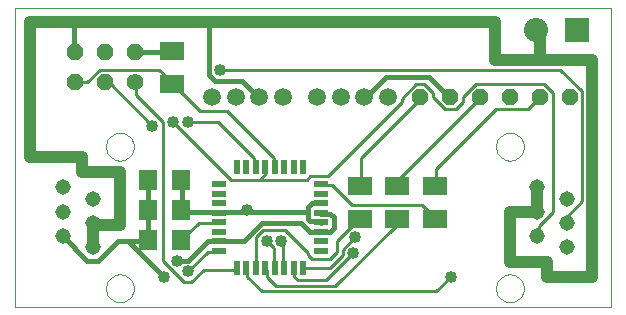
<source format=gbl>
G75*
G70*
%OFA0B0*%
%FSLAX24Y24*%
%IPPOS*%
%LPD*%
%AMOC8*
5,1,8,0,0,1.08239X$1,22.5*
%
%ADD10C,0.0000*%
%ADD11R,0.0500X0.0220*%
%ADD12R,0.0220X0.0500*%
%ADD13R,0.0787X0.0630*%
%ADD14OC8,0.0520*%
%ADD15C,0.0560*%
%ADD16OC8,0.0560*%
%ADD17R,0.0800X0.0800*%
%ADD18C,0.0800*%
%ADD19R,0.0630X0.0709*%
%ADD20C,0.0515*%
%ADD21C,0.0594*%
%ADD22C,0.0400*%
%ADD23C,0.0160*%
%ADD24C,0.0400*%
%ADD25C,0.0100*%
D10*
X000344Y002903D02*
X000344Y012899D01*
X020214Y012899D01*
X020214Y002903D01*
X000344Y002903D01*
X003379Y003541D02*
X003381Y003584D01*
X003387Y003626D01*
X003397Y003668D01*
X003410Y003709D01*
X003428Y003748D01*
X003449Y003786D01*
X003473Y003821D01*
X003500Y003854D01*
X003531Y003885D01*
X003564Y003912D01*
X003599Y003936D01*
X003637Y003957D01*
X003676Y003975D01*
X003717Y003988D01*
X003759Y003998D01*
X003801Y004004D01*
X003844Y004006D01*
X003887Y004004D01*
X003929Y003998D01*
X003971Y003988D01*
X004012Y003975D01*
X004051Y003957D01*
X004089Y003936D01*
X004124Y003912D01*
X004157Y003885D01*
X004188Y003854D01*
X004215Y003821D01*
X004239Y003786D01*
X004260Y003748D01*
X004278Y003709D01*
X004291Y003668D01*
X004301Y003626D01*
X004307Y003584D01*
X004309Y003541D01*
X004307Y003498D01*
X004301Y003456D01*
X004291Y003414D01*
X004278Y003373D01*
X004260Y003334D01*
X004239Y003296D01*
X004215Y003261D01*
X004188Y003228D01*
X004157Y003197D01*
X004124Y003170D01*
X004089Y003146D01*
X004051Y003125D01*
X004012Y003107D01*
X003971Y003094D01*
X003929Y003084D01*
X003887Y003078D01*
X003844Y003076D01*
X003801Y003078D01*
X003759Y003084D01*
X003717Y003094D01*
X003676Y003107D01*
X003637Y003125D01*
X003599Y003146D01*
X003564Y003170D01*
X003531Y003197D01*
X003500Y003228D01*
X003473Y003261D01*
X003449Y003296D01*
X003428Y003334D01*
X003410Y003373D01*
X003397Y003414D01*
X003387Y003456D01*
X003381Y003498D01*
X003379Y003541D01*
X003379Y008265D02*
X003381Y008308D01*
X003387Y008350D01*
X003397Y008392D01*
X003410Y008433D01*
X003428Y008472D01*
X003449Y008510D01*
X003473Y008545D01*
X003500Y008578D01*
X003531Y008609D01*
X003564Y008636D01*
X003599Y008660D01*
X003637Y008681D01*
X003676Y008699D01*
X003717Y008712D01*
X003759Y008722D01*
X003801Y008728D01*
X003844Y008730D01*
X003887Y008728D01*
X003929Y008722D01*
X003971Y008712D01*
X004012Y008699D01*
X004051Y008681D01*
X004089Y008660D01*
X004124Y008636D01*
X004157Y008609D01*
X004188Y008578D01*
X004215Y008545D01*
X004239Y008510D01*
X004260Y008472D01*
X004278Y008433D01*
X004291Y008392D01*
X004301Y008350D01*
X004307Y008308D01*
X004309Y008265D01*
X004307Y008222D01*
X004301Y008180D01*
X004291Y008138D01*
X004278Y008097D01*
X004260Y008058D01*
X004239Y008020D01*
X004215Y007985D01*
X004188Y007952D01*
X004157Y007921D01*
X004124Y007894D01*
X004089Y007870D01*
X004051Y007849D01*
X004012Y007831D01*
X003971Y007818D01*
X003929Y007808D01*
X003887Y007802D01*
X003844Y007800D01*
X003801Y007802D01*
X003759Y007808D01*
X003717Y007818D01*
X003676Y007831D01*
X003637Y007849D01*
X003599Y007870D01*
X003564Y007894D01*
X003531Y007921D01*
X003500Y007952D01*
X003473Y007985D01*
X003449Y008020D01*
X003428Y008058D01*
X003410Y008097D01*
X003397Y008138D01*
X003387Y008180D01*
X003381Y008222D01*
X003379Y008265D01*
X016379Y008265D02*
X016381Y008308D01*
X016387Y008350D01*
X016397Y008392D01*
X016410Y008433D01*
X016428Y008472D01*
X016449Y008510D01*
X016473Y008545D01*
X016500Y008578D01*
X016531Y008609D01*
X016564Y008636D01*
X016599Y008660D01*
X016637Y008681D01*
X016676Y008699D01*
X016717Y008712D01*
X016759Y008722D01*
X016801Y008728D01*
X016844Y008730D01*
X016887Y008728D01*
X016929Y008722D01*
X016971Y008712D01*
X017012Y008699D01*
X017051Y008681D01*
X017089Y008660D01*
X017124Y008636D01*
X017157Y008609D01*
X017188Y008578D01*
X017215Y008545D01*
X017239Y008510D01*
X017260Y008472D01*
X017278Y008433D01*
X017291Y008392D01*
X017301Y008350D01*
X017307Y008308D01*
X017309Y008265D01*
X017307Y008222D01*
X017301Y008180D01*
X017291Y008138D01*
X017278Y008097D01*
X017260Y008058D01*
X017239Y008020D01*
X017215Y007985D01*
X017188Y007952D01*
X017157Y007921D01*
X017124Y007894D01*
X017089Y007870D01*
X017051Y007849D01*
X017012Y007831D01*
X016971Y007818D01*
X016929Y007808D01*
X016887Y007802D01*
X016844Y007800D01*
X016801Y007802D01*
X016759Y007808D01*
X016717Y007818D01*
X016676Y007831D01*
X016637Y007849D01*
X016599Y007870D01*
X016564Y007894D01*
X016531Y007921D01*
X016500Y007952D01*
X016473Y007985D01*
X016449Y008020D01*
X016428Y008058D01*
X016410Y008097D01*
X016397Y008138D01*
X016387Y008180D01*
X016381Y008222D01*
X016379Y008265D01*
X016379Y003541D02*
X016381Y003584D01*
X016387Y003626D01*
X016397Y003668D01*
X016410Y003709D01*
X016428Y003748D01*
X016449Y003786D01*
X016473Y003821D01*
X016500Y003854D01*
X016531Y003885D01*
X016564Y003912D01*
X016599Y003936D01*
X016637Y003957D01*
X016676Y003975D01*
X016717Y003988D01*
X016759Y003998D01*
X016801Y004004D01*
X016844Y004006D01*
X016887Y004004D01*
X016929Y003998D01*
X016971Y003988D01*
X017012Y003975D01*
X017051Y003957D01*
X017089Y003936D01*
X017124Y003912D01*
X017157Y003885D01*
X017188Y003854D01*
X017215Y003821D01*
X017239Y003786D01*
X017260Y003748D01*
X017278Y003709D01*
X017291Y003668D01*
X017301Y003626D01*
X017307Y003584D01*
X017309Y003541D01*
X017307Y003498D01*
X017301Y003456D01*
X017291Y003414D01*
X017278Y003373D01*
X017260Y003334D01*
X017239Y003296D01*
X017215Y003261D01*
X017188Y003228D01*
X017157Y003197D01*
X017124Y003170D01*
X017089Y003146D01*
X017051Y003125D01*
X017012Y003107D01*
X016971Y003094D01*
X016929Y003084D01*
X016887Y003078D01*
X016844Y003076D01*
X016801Y003078D01*
X016759Y003084D01*
X016717Y003094D01*
X016676Y003107D01*
X016637Y003125D01*
X016599Y003146D01*
X016564Y003170D01*
X016531Y003197D01*
X016500Y003228D01*
X016473Y003261D01*
X016449Y003296D01*
X016428Y003334D01*
X016410Y003373D01*
X016397Y003414D01*
X016387Y003456D01*
X016381Y003498D01*
X016379Y003541D01*
D11*
X010534Y004800D03*
X010534Y005115D03*
X010534Y005430D03*
X010534Y005745D03*
X010534Y006060D03*
X010534Y006375D03*
X010534Y006690D03*
X010534Y007005D03*
X007154Y007005D03*
X007154Y006690D03*
X007154Y006375D03*
X007154Y006060D03*
X007154Y005745D03*
X007154Y005430D03*
X007154Y005115D03*
X007154Y004800D03*
D12*
X007742Y004213D03*
X008057Y004213D03*
X008372Y004213D03*
X008687Y004213D03*
X009002Y004213D03*
X009317Y004213D03*
X009632Y004213D03*
X009947Y004213D03*
X009947Y007593D03*
X009632Y007593D03*
X009317Y007593D03*
X009002Y007593D03*
X008687Y007593D03*
X008372Y007593D03*
X008057Y007593D03*
X007742Y007593D03*
D13*
X005594Y010352D03*
X005594Y011454D03*
X011844Y006954D03*
X013094Y006954D03*
X014344Y006954D03*
X014344Y005852D03*
X013094Y005852D03*
X011844Y005852D03*
D14*
X013844Y009903D03*
X014844Y009903D03*
X015844Y009903D03*
X016844Y009903D03*
X017844Y009903D03*
X018844Y009903D03*
D15*
X004344Y010403D03*
D16*
X003344Y010403D03*
X002344Y010403D03*
X002344Y011403D03*
X003344Y011403D03*
X004344Y011403D03*
D17*
X019094Y012153D03*
D18*
X017716Y012153D03*
D19*
X005895Y007153D03*
X004793Y007153D03*
X004793Y006153D03*
X005895Y006153D03*
X005895Y005153D03*
X004793Y005153D03*
D20*
X002939Y004903D03*
X002939Y005706D03*
X001939Y006100D03*
X001939Y006903D03*
X002939Y006509D03*
X001939Y005297D03*
X017750Y005297D03*
X018750Y004903D03*
X018750Y005706D03*
X017750Y006100D03*
X017750Y006903D03*
X018750Y006509D03*
D21*
X012775Y009903D03*
X011988Y009903D03*
X011200Y009903D03*
X010413Y009903D03*
X009275Y009903D03*
X008488Y009903D03*
X007700Y009903D03*
X006913Y009903D03*
D22*
X003844Y007403D02*
X002594Y007403D01*
X002594Y007903D01*
X000844Y007903D01*
X000844Y012403D01*
X002324Y012403D01*
X006824Y012403D01*
X016344Y012403D01*
X016344Y011153D01*
X017844Y011153D01*
X017844Y012153D01*
X017716Y012153D01*
X017844Y011153D02*
X019594Y011153D01*
X019594Y003903D01*
X018094Y003903D01*
X018094Y004403D01*
X016844Y004403D01*
X016844Y006100D01*
X017750Y006100D01*
X017750Y006903D01*
X003844Y007403D02*
X003844Y005653D01*
X002939Y005653D01*
X002939Y004903D01*
X002939Y005653D02*
X002939Y005706D01*
D23*
X003764Y005123D02*
X003104Y004463D01*
X002744Y004463D01*
X001964Y005243D01*
X001939Y005297D01*
X003764Y005123D02*
X004184Y005123D01*
X004184Y005063D01*
X005324Y003923D01*
X005744Y004463D02*
X006104Y004463D01*
X006764Y005123D01*
X007124Y005123D01*
X007154Y005115D01*
X007184Y005123D01*
X007964Y005123D01*
X008564Y005723D01*
X009884Y005723D01*
X010184Y005423D01*
X010484Y005423D01*
X010534Y005430D01*
X010604Y005423D01*
X010844Y005423D01*
X010964Y005543D01*
X010964Y005903D01*
X010844Y006023D01*
X010544Y006023D01*
X010534Y006060D01*
X010484Y005783D02*
X010534Y005745D01*
X010544Y005723D01*
X010484Y005783D02*
X010184Y005783D01*
X010124Y005843D01*
X010124Y006083D01*
X008084Y006083D01*
X008084Y006143D01*
X008084Y006083D02*
X007244Y006083D01*
X007154Y006060D01*
X007124Y006083D01*
X005984Y006083D01*
X005924Y006143D01*
X005895Y006153D01*
X005924Y006203D01*
X005924Y007103D01*
X005895Y007153D01*
X004793Y007153D02*
X004784Y007103D01*
X004784Y006203D01*
X004793Y006153D01*
X004784Y006143D01*
X004784Y005183D01*
X004793Y005153D01*
X004724Y005123D01*
X004184Y005123D01*
X007154Y006060D02*
X007184Y006083D01*
X010124Y006083D02*
X010124Y006263D01*
X010244Y006383D01*
X010484Y006383D01*
X010534Y006375D01*
X011988Y009903D02*
X012044Y009923D01*
X012704Y010583D01*
X014144Y010583D01*
X014804Y009923D01*
X014844Y009903D01*
X008488Y009903D02*
X008444Y009923D01*
X007904Y010463D01*
X007004Y010463D01*
X006824Y010643D01*
X006824Y012403D01*
X005594Y011454D02*
X005564Y011423D01*
X004364Y011423D01*
X004344Y011403D01*
X002344Y011403D02*
X002324Y011423D01*
X002324Y012403D01*
D24*
X005624Y009083D03*
X006104Y009083D03*
X004904Y008963D03*
X007184Y010823D03*
X008084Y006143D03*
X008744Y005123D03*
X009224Y005123D03*
X011624Y004703D03*
X011684Y005243D03*
X014864Y003923D03*
X006104Y004103D03*
X005744Y004463D03*
X005324Y003923D03*
D25*
X005264Y004463D02*
X005984Y003743D01*
X006224Y003743D01*
X006644Y004163D01*
X007724Y004163D01*
X007742Y004213D01*
X008057Y004213D02*
X008084Y004163D01*
X008084Y003923D01*
X008564Y003443D01*
X014384Y003443D01*
X014864Y003923D01*
X013064Y005663D02*
X013064Y005843D01*
X013094Y005852D01*
X013064Y005663D02*
X011024Y003623D01*
X009044Y003623D01*
X008744Y003923D01*
X008744Y004163D01*
X008687Y004213D01*
X008384Y004223D02*
X008372Y004213D01*
X008384Y004223D02*
X008384Y005243D01*
X008624Y005483D01*
X009344Y005483D01*
X010124Y004703D01*
X010124Y004643D01*
X010244Y004523D01*
X010844Y004523D01*
X011084Y004763D01*
X011084Y005123D01*
X011804Y005843D01*
X011844Y005852D01*
X011564Y006323D02*
X013904Y006323D01*
X014324Y005903D01*
X014344Y005852D01*
X014344Y006954D02*
X014384Y006983D01*
X014384Y007523D01*
X016364Y009503D01*
X017444Y009503D01*
X017844Y009903D01*
X017984Y010343D02*
X018284Y010043D01*
X018284Y006083D01*
X017804Y005603D01*
X017804Y005303D01*
X017750Y005297D01*
X018750Y005706D02*
X018764Y005723D01*
X018764Y005963D01*
X019244Y006443D01*
X019244Y010103D01*
X018524Y010823D01*
X007184Y010823D01*
X006524Y009443D02*
X005624Y010343D01*
X005594Y010352D01*
X005564Y010403D01*
X005144Y010823D01*
X003164Y010823D01*
X002744Y010403D01*
X002344Y010403D01*
X003344Y010403D02*
X003464Y010403D01*
X004904Y008963D01*
X005264Y009083D02*
X004364Y009983D01*
X004364Y010403D01*
X004344Y010403D01*
X005264Y009083D02*
X005264Y004463D01*
X006104Y004103D02*
X006764Y004763D01*
X007124Y004763D01*
X007154Y004800D01*
X007124Y005723D02*
X006464Y005723D01*
X005924Y005183D01*
X005895Y005153D01*
X007124Y005723D02*
X007154Y005745D01*
X008744Y005123D02*
X008984Y004883D01*
X008984Y004223D01*
X009002Y004213D01*
X009284Y004223D02*
X009317Y004213D01*
X009284Y004223D02*
X009284Y005063D01*
X009224Y005123D01*
X009632Y004213D02*
X009644Y004163D01*
X009644Y003923D01*
X009764Y003803D01*
X010724Y003803D01*
X011624Y004703D01*
X011264Y004643D02*
X011264Y004823D01*
X011684Y005243D01*
X011264Y004643D02*
X010844Y004223D01*
X010004Y004223D01*
X009947Y004213D01*
X011564Y006323D02*
X010904Y006983D01*
X010544Y006983D01*
X010534Y007005D01*
X010784Y007283D02*
X010184Y007283D01*
X010064Y007163D01*
X008564Y007163D01*
X008534Y007193D01*
X008684Y007343D01*
X008684Y007583D01*
X008687Y007593D01*
X008372Y007593D02*
X008324Y007643D01*
X008324Y007883D01*
X007124Y009083D01*
X006104Y009083D01*
X005624Y009083D02*
X007544Y007163D01*
X008504Y007163D01*
X008534Y007193D01*
X009002Y007593D02*
X008984Y007643D01*
X008984Y007883D01*
X007424Y009443D01*
X006524Y009443D01*
X010784Y007283D02*
X013244Y009743D01*
X013244Y009863D01*
X013724Y010343D01*
X013964Y010343D01*
X014264Y010043D01*
X014264Y009923D01*
X014684Y009503D01*
X015044Y009503D01*
X015284Y009743D01*
X015284Y009923D01*
X015704Y010343D01*
X017984Y010343D01*
X015844Y009903D02*
X015824Y009863D01*
X013124Y007163D01*
X013124Y006983D01*
X013094Y006954D01*
X011864Y006983D02*
X011844Y006954D01*
X011864Y006983D02*
X011864Y007883D01*
X013844Y009863D01*
X013844Y009903D01*
M02*

</source>
